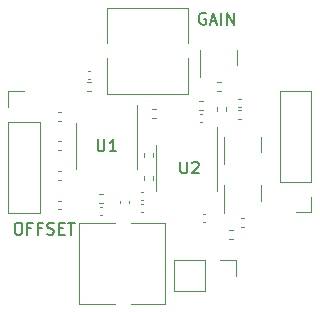
<source format=gbr>
%TF.GenerationSoftware,KiCad,Pcbnew,(6.0.0)*%
%TF.CreationDate,2022-02-09T06:53:37-08:00*%
%TF.ProjectId,depth-sensor,64657074-682d-4736-956e-736f722e6b69,1*%
%TF.SameCoordinates,Original*%
%TF.FileFunction,Legend,Top*%
%TF.FilePolarity,Positive*%
%FSLAX46Y46*%
G04 Gerber Fmt 4.6, Leading zero omitted, Abs format (unit mm)*
G04 Created by KiCad (PCBNEW (6.0.0)) date 2022-02-09 06:53:37*
%MOMM*%
%LPD*%
G01*
G04 APERTURE LIST*
%ADD10C,0.150000*%
%ADD11C,0.120000*%
G04 APERTURE END LIST*
D10*
X113371428Y-40775000D02*
X113276190Y-40727380D01*
X113133333Y-40727380D01*
X112990476Y-40775000D01*
X112895238Y-40870238D01*
X112847619Y-40965476D01*
X112800000Y-41155952D01*
X112800000Y-41298809D01*
X112847619Y-41489285D01*
X112895238Y-41584523D01*
X112990476Y-41679761D01*
X113133333Y-41727380D01*
X113228571Y-41727380D01*
X113371428Y-41679761D01*
X113419047Y-41632142D01*
X113419047Y-41298809D01*
X113228571Y-41298809D01*
X113800000Y-41441666D02*
X114276190Y-41441666D01*
X113704761Y-41727380D02*
X114038095Y-40727380D01*
X114371428Y-41727380D01*
X114704761Y-41727380D02*
X114704761Y-40727380D01*
X115180952Y-41727380D02*
X115180952Y-40727380D01*
X115752380Y-41727380D01*
X115752380Y-40727380D01*
X97433095Y-58507380D02*
X97623571Y-58507380D01*
X97718809Y-58555000D01*
X97814047Y-58650238D01*
X97861666Y-58840714D01*
X97861666Y-59174047D01*
X97814047Y-59364523D01*
X97718809Y-59459761D01*
X97623571Y-59507380D01*
X97433095Y-59507380D01*
X97337857Y-59459761D01*
X97242619Y-59364523D01*
X97195000Y-59174047D01*
X97195000Y-58840714D01*
X97242619Y-58650238D01*
X97337857Y-58555000D01*
X97433095Y-58507380D01*
X98623571Y-58983571D02*
X98290238Y-58983571D01*
X98290238Y-59507380D02*
X98290238Y-58507380D01*
X98766428Y-58507380D01*
X99480714Y-58983571D02*
X99147380Y-58983571D01*
X99147380Y-59507380D02*
X99147380Y-58507380D01*
X99623571Y-58507380D01*
X99956904Y-59459761D02*
X100099761Y-59507380D01*
X100337857Y-59507380D01*
X100433095Y-59459761D01*
X100480714Y-59412142D01*
X100528333Y-59316904D01*
X100528333Y-59221666D01*
X100480714Y-59126428D01*
X100433095Y-59078809D01*
X100337857Y-59031190D01*
X100147380Y-58983571D01*
X100052142Y-58935952D01*
X100004523Y-58888333D01*
X99956904Y-58793095D01*
X99956904Y-58697857D01*
X100004523Y-58602619D01*
X100052142Y-58555000D01*
X100147380Y-58507380D01*
X100385476Y-58507380D01*
X100528333Y-58555000D01*
X100956904Y-58983571D02*
X101290238Y-58983571D01*
X101433095Y-59507380D02*
X100956904Y-59507380D01*
X100956904Y-58507380D01*
X101433095Y-58507380D01*
X101718809Y-58507380D02*
X102290238Y-58507380D01*
X102004523Y-59507380D02*
X102004523Y-58507380D01*
%TO.C,U2*%
X111238095Y-53327380D02*
X111238095Y-54136904D01*
X111285714Y-54232142D01*
X111333333Y-54279761D01*
X111428571Y-54327380D01*
X111619047Y-54327380D01*
X111714285Y-54279761D01*
X111761904Y-54232142D01*
X111809523Y-54136904D01*
X111809523Y-53327380D01*
X112238095Y-53422619D02*
X112285714Y-53375000D01*
X112380952Y-53327380D01*
X112619047Y-53327380D01*
X112714285Y-53375000D01*
X112761904Y-53422619D01*
X112809523Y-53517857D01*
X112809523Y-53613095D01*
X112761904Y-53755952D01*
X112190476Y-54327380D01*
X112809523Y-54327380D01*
%TO.C,U1*%
X104238095Y-51452380D02*
X104238095Y-52261904D01*
X104285714Y-52357142D01*
X104333333Y-52404761D01*
X104428571Y-52452380D01*
X104619047Y-52452380D01*
X104714285Y-52404761D01*
X104761904Y-52357142D01*
X104809523Y-52261904D01*
X104809523Y-51452380D01*
X105809523Y-52452380D02*
X105238095Y-52452380D01*
X105523809Y-52452380D02*
X105523809Y-51452380D01*
X105428571Y-51595238D01*
X105333333Y-51690476D01*
X105238095Y-51738095D01*
D11*
%TO.C,J3*%
X122330000Y-47350000D02*
X119670000Y-47350000D01*
X122330000Y-55030000D02*
X122330000Y-47350000D01*
X119670000Y-55030000D02*
X119670000Y-47350000D01*
X122330000Y-55030000D02*
X119670000Y-55030000D01*
X122330000Y-56300000D02*
X122330000Y-57630000D01*
X122330000Y-57630000D02*
X121000000Y-57630000D01*
%TO.C,J2*%
X96670000Y-57650000D02*
X99330000Y-57650000D01*
X96670000Y-49970000D02*
X96670000Y-57650000D01*
X99330000Y-49970000D02*
X99330000Y-57650000D01*
X96670000Y-49970000D02*
X99330000Y-49970000D01*
X96670000Y-48700000D02*
X96670000Y-47370000D01*
X96670000Y-47370000D02*
X98000000Y-47370000D01*
%TO.C,J1*%
X110730000Y-61670000D02*
X110730000Y-64330000D01*
X113330000Y-61670000D02*
X110730000Y-61670000D01*
X113330000Y-64330000D02*
X110730000Y-64330000D01*
X113330000Y-61670000D02*
X113330000Y-64330000D01*
X114600000Y-61670000D02*
X115930000Y-61670000D01*
X115930000Y-61670000D02*
X115930000Y-63000000D01*
%TO.C,U3*%
X118060000Y-51875000D02*
X118060000Y-51225000D01*
X118060000Y-51875000D02*
X118060000Y-52525000D01*
X114940000Y-51875000D02*
X114940000Y-51225000D01*
X114940000Y-51875000D02*
X114940000Y-53550000D01*
%TO.C,U2*%
X114310000Y-53875000D02*
X114310000Y-50425000D01*
X114310000Y-53875000D02*
X114310000Y-55825000D01*
X109190000Y-53875000D02*
X109190000Y-51925000D01*
X109190000Y-53875000D02*
X109190000Y-55825000D01*
%TO.C,U1*%
X102440000Y-52000000D02*
X102440000Y-53950000D01*
X102440000Y-52000000D02*
X102440000Y-50050000D01*
X107560000Y-52000000D02*
X107560000Y-53950000D01*
X107560000Y-52000000D02*
X107560000Y-48550000D01*
%TO.C,RV2*%
X105065000Y-40365000D02*
X111905000Y-40365000D01*
X105065000Y-47605000D02*
X111905000Y-47605000D01*
X111905000Y-43275000D02*
X111905000Y-40365000D01*
X111905000Y-47605000D02*
X111905000Y-44575000D01*
X105065000Y-43275000D02*
X105065000Y-40365000D01*
X105065000Y-47605000D02*
X105065000Y-44575000D01*
%TO.C,RV1*%
X102695000Y-58540000D02*
X105725000Y-58540000D01*
X107025000Y-58540000D02*
X109935000Y-58540000D01*
X102695000Y-65380000D02*
X105725000Y-65380000D01*
X107025000Y-65380000D02*
X109935000Y-65380000D01*
X102695000Y-58540000D02*
X102695000Y-65380000D01*
X109935000Y-58540000D02*
X109935000Y-65380000D01*
%TO.C,R18*%
X116096359Y-48995000D02*
X116403641Y-48995000D01*
X116096359Y-49755000D02*
X116403641Y-49755000D01*
%TO.C,R17*%
X115130000Y-49028641D02*
X115130000Y-48721359D01*
X114370000Y-49028641D02*
X114370000Y-48721359D01*
%TO.C,R14*%
X112846359Y-48245000D02*
X113153641Y-48245000D01*
X112846359Y-49005000D02*
X113153641Y-49005000D01*
%TO.C,R13*%
X108880000Y-54596359D02*
X108880000Y-54903641D01*
X108120000Y-54596359D02*
X108120000Y-54903641D01*
%TO.C,R12*%
X108880000Y-52596359D02*
X108880000Y-52903641D01*
X108120000Y-52596359D02*
X108120000Y-52903641D01*
%TO.C,R11*%
X108846359Y-48870000D02*
X109153641Y-48870000D01*
X108846359Y-49630000D02*
X109153641Y-49630000D01*
%TO.C,R8*%
X104356359Y-56120000D02*
X104663641Y-56120000D01*
X104356359Y-56880000D02*
X104663641Y-56880000D01*
%TO.C,R7*%
X103653641Y-47380000D02*
X103346359Y-47380000D01*
X103653641Y-46620000D02*
X103346359Y-46620000D01*
%TO.C,R5*%
X100846359Y-54880000D02*
X101153641Y-54880000D01*
X100846359Y-54120000D02*
X101153641Y-54120000D01*
%TO.C,R4*%
X100856359Y-52380000D02*
X101163641Y-52380000D01*
X100856359Y-51620000D02*
X101163641Y-51620000D01*
%TO.C,R3*%
X115346359Y-59120000D02*
X115653641Y-59120000D01*
X115346359Y-59880000D02*
X115653641Y-59880000D01*
%TO.C,R2*%
X114653641Y-46620000D02*
X114346359Y-46620000D01*
X114653641Y-47380000D02*
X114346359Y-47380000D01*
%TO.C,R1*%
X116346359Y-58120000D02*
X116653641Y-58120000D01*
X116346359Y-58880000D02*
X116653641Y-58880000D01*
%TO.C,Q2*%
X114940000Y-56000000D02*
X114940000Y-57675000D01*
X114940000Y-56000000D02*
X114940000Y-55350000D01*
X118060000Y-56000000D02*
X118060000Y-56650000D01*
X118060000Y-56000000D02*
X118060000Y-55350000D01*
%TO.C,Q1*%
X116060000Y-44500000D02*
X116060000Y-43850000D01*
X116060000Y-44500000D02*
X116060000Y-45150000D01*
X112940000Y-44500000D02*
X112940000Y-43850000D01*
X112940000Y-44500000D02*
X112940000Y-46175000D01*
%TO.C,C10*%
X116142164Y-48015000D02*
X116357836Y-48015000D01*
X116142164Y-48735000D02*
X116357836Y-48735000D01*
%TO.C,C9*%
X113142164Y-57765000D02*
X113357836Y-57765000D01*
X113142164Y-58485000D02*
X113357836Y-58485000D01*
%TO.C,C8*%
X112892164Y-49265000D02*
X113107836Y-49265000D01*
X112892164Y-49985000D02*
X113107836Y-49985000D01*
%TO.C,C7*%
X107872164Y-55890000D02*
X108087836Y-55890000D01*
X107872164Y-56610000D02*
X108087836Y-56610000D01*
%TO.C,C6*%
X106140000Y-56857836D02*
X106140000Y-56642164D01*
X106860000Y-56857836D02*
X106860000Y-56642164D01*
%TO.C,C5*%
X107872164Y-56890000D02*
X108087836Y-56890000D01*
X107872164Y-57610000D02*
X108087836Y-57610000D01*
%TO.C,C4*%
X104402164Y-57140000D02*
X104617836Y-57140000D01*
X104402164Y-57860000D02*
X104617836Y-57860000D01*
%TO.C,C3*%
X103392164Y-45640000D02*
X103607836Y-45640000D01*
X103392164Y-46360000D02*
X103607836Y-46360000D01*
%TO.C,C2*%
X100902164Y-57360000D02*
X101117836Y-57360000D01*
X100902164Y-56640000D02*
X101117836Y-56640000D01*
%TO.C,C1*%
X100892164Y-49860000D02*
X101107836Y-49860000D01*
X100892164Y-49140000D02*
X101107836Y-49140000D01*
%TD*%
M02*

</source>
